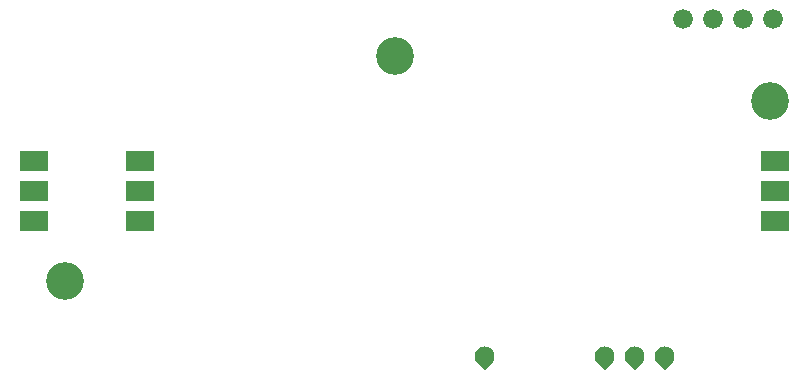
<source format=gbr>
G04 EAGLE Gerber RS-274X export*
G75*
%MOMM*%
%FSLAX34Y34*%
%LPD*%
%INSoldermask Top*%
%IPPOS*%
%AMOC8*
5,1,8,0,0,1.08239X$1,22.5*%
G01*
%ADD10C,3.200400*%
%ADD11R,2.438400X1.676400*%
%ADD12C,1.676400*%

G36*
X495339Y13830D02*
X495339Y13830D01*
X495442Y13832D01*
X495461Y13839D01*
X495481Y13841D01*
X495576Y13881D01*
X495673Y13917D01*
X495689Y13929D01*
X495707Y13937D01*
X495838Y14042D01*
X501226Y19430D01*
X501242Y19451D01*
X501277Y19485D01*
X502224Y20640D01*
X502236Y20661D01*
X502307Y20764D01*
X503011Y22082D01*
X503019Y22104D01*
X503068Y22219D01*
X503502Y23649D01*
X503505Y23673D01*
X503531Y23795D01*
X503678Y25282D01*
X503676Y25306D01*
X503678Y25431D01*
X503531Y26918D01*
X503525Y26941D01*
X503502Y27064D01*
X503068Y28494D01*
X503058Y28515D01*
X503047Y28543D01*
X503043Y28563D01*
X503032Y28581D01*
X503011Y28631D01*
X502307Y29949D01*
X502293Y29968D01*
X502224Y30073D01*
X501277Y31228D01*
X501259Y31243D01*
X501171Y31333D01*
X500016Y32281D01*
X499996Y32293D01*
X499892Y32364D01*
X498575Y33068D01*
X498552Y33076D01*
X498437Y33125D01*
X497008Y33559D01*
X496984Y33562D01*
X496861Y33588D01*
X495375Y33734D01*
X495351Y33733D01*
X495225Y33734D01*
X493739Y33588D01*
X493716Y33581D01*
X493592Y33559D01*
X492163Y33125D01*
X492142Y33114D01*
X492025Y33068D01*
X490708Y32364D01*
X490689Y32349D01*
X490584Y32281D01*
X489429Y31333D01*
X489413Y31315D01*
X489323Y31228D01*
X488376Y30073D01*
X488364Y30052D01*
X488293Y29949D01*
X487589Y28631D01*
X487581Y28609D01*
X487532Y28494D01*
X487098Y27064D01*
X487095Y27040D01*
X487069Y26918D01*
X486922Y25431D01*
X486924Y25407D01*
X486922Y25282D01*
X487069Y23795D01*
X487075Y23772D01*
X487098Y23649D01*
X487532Y22220D01*
X487542Y22198D01*
X487589Y22082D01*
X488293Y20764D01*
X488307Y20745D01*
X488376Y20640D01*
X489323Y19485D01*
X489343Y19468D01*
X489374Y19430D01*
X494762Y14042D01*
X494778Y14030D01*
X494790Y14015D01*
X494878Y13959D01*
X494961Y13898D01*
X494980Y13893D01*
X494997Y13882D01*
X495098Y13856D01*
X495197Y13826D01*
X495216Y13827D01*
X495236Y13822D01*
X495339Y13830D01*
G37*
G36*
X393739Y13830D02*
X393739Y13830D01*
X393842Y13832D01*
X393861Y13839D01*
X393881Y13841D01*
X393976Y13881D01*
X394073Y13917D01*
X394089Y13929D01*
X394107Y13937D01*
X394238Y14042D01*
X399626Y19430D01*
X399642Y19451D01*
X399677Y19485D01*
X400624Y20640D01*
X400636Y20661D01*
X400707Y20764D01*
X401411Y22082D01*
X401419Y22104D01*
X401468Y22219D01*
X401902Y23649D01*
X401905Y23673D01*
X401931Y23795D01*
X402078Y25282D01*
X402076Y25306D01*
X402078Y25431D01*
X401931Y26918D01*
X401925Y26941D01*
X401902Y27064D01*
X401468Y28494D01*
X401458Y28515D01*
X401447Y28543D01*
X401443Y28563D01*
X401432Y28581D01*
X401411Y28631D01*
X400707Y29949D01*
X400693Y29968D01*
X400624Y30073D01*
X399677Y31228D01*
X399659Y31243D01*
X399571Y31333D01*
X398416Y32281D01*
X398396Y32293D01*
X398292Y32364D01*
X396975Y33068D01*
X396952Y33076D01*
X396837Y33125D01*
X395408Y33559D01*
X395384Y33562D01*
X395261Y33588D01*
X393775Y33734D01*
X393751Y33733D01*
X393625Y33734D01*
X392139Y33588D01*
X392116Y33581D01*
X391992Y33559D01*
X390563Y33125D01*
X390542Y33114D01*
X390425Y33068D01*
X389108Y32364D01*
X389089Y32349D01*
X388984Y32281D01*
X387829Y31333D01*
X387813Y31315D01*
X387723Y31228D01*
X386776Y30073D01*
X386764Y30052D01*
X386693Y29949D01*
X385989Y28631D01*
X385981Y28609D01*
X385932Y28494D01*
X385498Y27064D01*
X385495Y27040D01*
X385469Y26918D01*
X385322Y25431D01*
X385324Y25407D01*
X385322Y25282D01*
X385469Y23795D01*
X385475Y23772D01*
X385498Y23649D01*
X385932Y22220D01*
X385942Y22198D01*
X385989Y22082D01*
X386693Y20764D01*
X386707Y20745D01*
X386776Y20640D01*
X387723Y19485D01*
X387743Y19468D01*
X387774Y19430D01*
X393162Y14042D01*
X393178Y14030D01*
X393190Y14015D01*
X393278Y13959D01*
X393361Y13898D01*
X393380Y13893D01*
X393397Y13882D01*
X393498Y13856D01*
X393597Y13826D01*
X393616Y13827D01*
X393636Y13822D01*
X393739Y13830D01*
G37*
G36*
X546139Y13830D02*
X546139Y13830D01*
X546242Y13832D01*
X546261Y13839D01*
X546281Y13841D01*
X546376Y13881D01*
X546473Y13917D01*
X546489Y13929D01*
X546507Y13937D01*
X546638Y14042D01*
X552026Y19430D01*
X552042Y19451D01*
X552077Y19485D01*
X553024Y20640D01*
X553036Y20661D01*
X553107Y20764D01*
X553811Y22082D01*
X553819Y22104D01*
X553868Y22219D01*
X554302Y23649D01*
X554305Y23673D01*
X554331Y23795D01*
X554478Y25282D01*
X554476Y25306D01*
X554478Y25431D01*
X554331Y26918D01*
X554325Y26941D01*
X554302Y27064D01*
X553868Y28494D01*
X553858Y28515D01*
X553847Y28543D01*
X553843Y28563D01*
X553832Y28581D01*
X553811Y28631D01*
X553107Y29949D01*
X553093Y29968D01*
X553024Y30073D01*
X552077Y31228D01*
X552059Y31243D01*
X551971Y31333D01*
X550816Y32281D01*
X550796Y32293D01*
X550692Y32364D01*
X549375Y33068D01*
X549352Y33076D01*
X549237Y33125D01*
X547808Y33559D01*
X547784Y33562D01*
X547661Y33588D01*
X546175Y33734D01*
X546151Y33733D01*
X546025Y33734D01*
X544539Y33588D01*
X544516Y33581D01*
X544392Y33559D01*
X542963Y33125D01*
X542942Y33114D01*
X542825Y33068D01*
X541508Y32364D01*
X541489Y32349D01*
X541384Y32281D01*
X540229Y31333D01*
X540213Y31315D01*
X540123Y31228D01*
X539176Y30073D01*
X539164Y30052D01*
X539093Y29949D01*
X538389Y28631D01*
X538381Y28609D01*
X538332Y28494D01*
X537898Y27064D01*
X537895Y27040D01*
X537869Y26918D01*
X537722Y25431D01*
X537724Y25407D01*
X537722Y25282D01*
X537869Y23795D01*
X537875Y23772D01*
X537898Y23649D01*
X538332Y22220D01*
X538342Y22198D01*
X538389Y22082D01*
X539093Y20764D01*
X539107Y20745D01*
X539176Y20640D01*
X540123Y19485D01*
X540143Y19468D01*
X540174Y19430D01*
X545562Y14042D01*
X545578Y14030D01*
X545590Y14015D01*
X545678Y13959D01*
X545761Y13898D01*
X545780Y13893D01*
X545797Y13882D01*
X545898Y13856D01*
X545997Y13826D01*
X546016Y13827D01*
X546036Y13822D01*
X546139Y13830D01*
G37*
G36*
X520739Y13830D02*
X520739Y13830D01*
X520842Y13832D01*
X520861Y13839D01*
X520881Y13841D01*
X520976Y13881D01*
X521073Y13917D01*
X521089Y13929D01*
X521107Y13937D01*
X521238Y14042D01*
X526626Y19430D01*
X526642Y19451D01*
X526677Y19485D01*
X527624Y20640D01*
X527636Y20661D01*
X527707Y20764D01*
X528411Y22082D01*
X528419Y22104D01*
X528468Y22219D01*
X528902Y23649D01*
X528905Y23673D01*
X528931Y23795D01*
X529078Y25282D01*
X529076Y25306D01*
X529078Y25431D01*
X528931Y26918D01*
X528925Y26941D01*
X528902Y27064D01*
X528468Y28494D01*
X528458Y28515D01*
X528447Y28543D01*
X528443Y28563D01*
X528432Y28581D01*
X528411Y28631D01*
X527707Y29949D01*
X527693Y29968D01*
X527624Y30073D01*
X526677Y31228D01*
X526659Y31243D01*
X526571Y31333D01*
X525416Y32281D01*
X525396Y32293D01*
X525292Y32364D01*
X523975Y33068D01*
X523952Y33076D01*
X523837Y33125D01*
X522408Y33559D01*
X522384Y33562D01*
X522261Y33588D01*
X520775Y33734D01*
X520751Y33733D01*
X520625Y33734D01*
X519139Y33588D01*
X519116Y33581D01*
X518992Y33559D01*
X517563Y33125D01*
X517542Y33114D01*
X517425Y33068D01*
X516108Y32364D01*
X516089Y32349D01*
X515984Y32281D01*
X514829Y31333D01*
X514813Y31315D01*
X514723Y31228D01*
X513776Y30073D01*
X513764Y30052D01*
X513693Y29949D01*
X512989Y28631D01*
X512981Y28609D01*
X512932Y28494D01*
X512498Y27064D01*
X512495Y27040D01*
X512469Y26918D01*
X512322Y25431D01*
X512324Y25407D01*
X512322Y25282D01*
X512469Y23795D01*
X512475Y23772D01*
X512498Y23649D01*
X512932Y22220D01*
X512942Y22198D01*
X512989Y22082D01*
X513693Y20764D01*
X513707Y20745D01*
X513776Y20640D01*
X514723Y19485D01*
X514743Y19468D01*
X514774Y19430D01*
X520162Y14042D01*
X520178Y14030D01*
X520190Y14015D01*
X520278Y13959D01*
X520361Y13898D01*
X520380Y13893D01*
X520397Y13882D01*
X520498Y13856D01*
X520597Y13826D01*
X520616Y13827D01*
X520636Y13822D01*
X520739Y13830D01*
G37*
D10*
X317500Y279400D03*
X38100Y88900D03*
X635000Y241300D03*
D11*
X102362Y190500D03*
X102362Y165100D03*
X102362Y139700D03*
X11938Y190500D03*
X11938Y165100D03*
X11938Y139700D03*
X639826Y139700D03*
X639826Y165100D03*
X639826Y190500D03*
D12*
X637540Y311150D03*
X612140Y311150D03*
X586740Y311150D03*
X561340Y311150D03*
M02*

</source>
